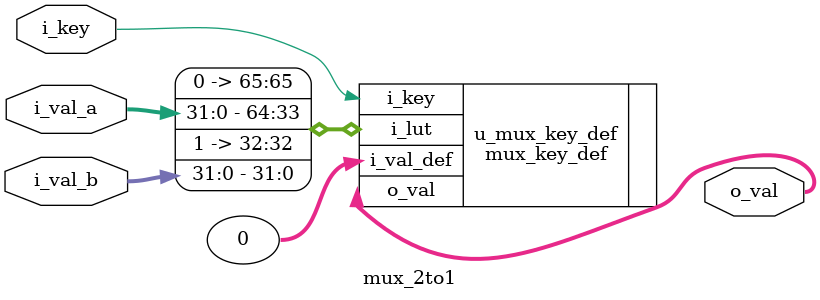
<source format=sv>
/*
 * @Author      : myyerrol
 * @Date        : 2025-02-02 19:13:44
 * @LastEditors : myyerrol
 * @LastEditTime: 2025-02-02 19:21:33
 * @Description : Multiplexer 2 to 1.
 *
 * Copyright (c) 2025 by MEMDSL, All Rights Reserved.
 */

`timescale 1ns / 1ps

module mux_2to1 #(
    parameter DATA_WIDTH = 32
) (
    input  logic                      i_key,
    input  logic [DATA_WIDTH - 1 : 0] i_val_a,
    input  logic [DATA_WIDTH - 1 : 0] i_val_b,
    output logic [DATA_WIDTH - 1 : 0] o_val
);

    mux_key_def #(
        .KEY_NUM  (2),
        .KEY_WIDTH(1),
        .VAL_WIDTH(DATA_WIDTH)
    ) u_mux_key_def(
        .i_key    (i_key),
        .i_val_def({DATA_WIDTH{1'h0}}),
        .i_lut    ({
            1'b0, i_val_a,
            1'b1, i_val_b
        }),
        .o_val    (o_val)
    );

endmodule

</source>
